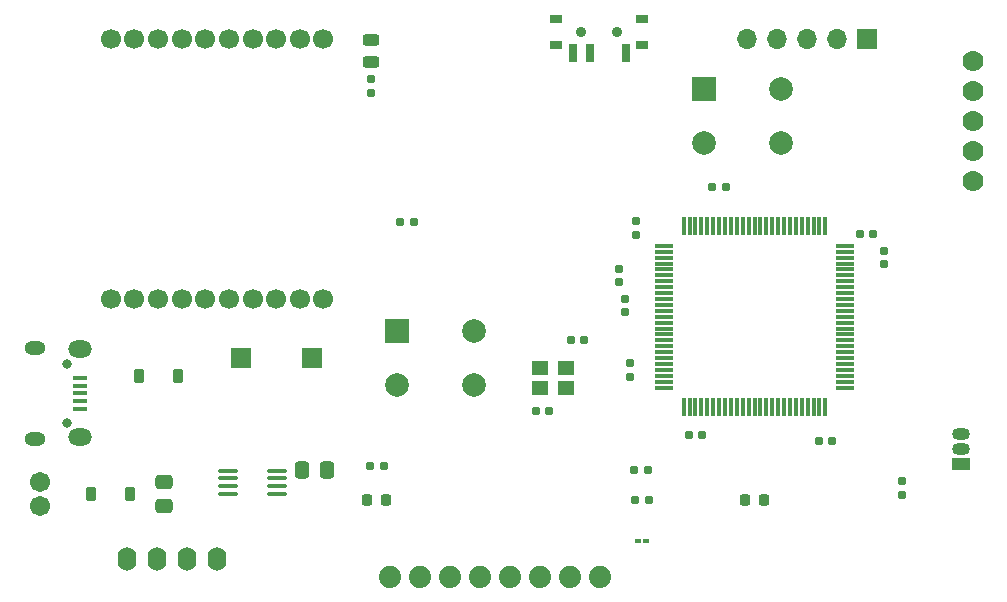
<source format=gbr>
%TF.GenerationSoftware,KiCad,Pcbnew,8.0.5*%
%TF.CreationDate,2024-11-27T11:25:18-05:00*%
%TF.ProjectId,Alfond PCB,416c666f-6e64-4205-9043-422e6b696361,rev?*%
%TF.SameCoordinates,Original*%
%TF.FileFunction,Soldermask,Top*%
%TF.FilePolarity,Negative*%
%FSLAX46Y46*%
G04 Gerber Fmt 4.6, Leading zero omitted, Abs format (unit mm)*
G04 Created by KiCad (PCBNEW 8.0.5) date 2024-11-27 11:25:18*
%MOMM*%
%LPD*%
G01*
G04 APERTURE LIST*
G04 Aperture macros list*
%AMRoundRect*
0 Rectangle with rounded corners*
0 $1 Rounding radius*
0 $2 $3 $4 $5 $6 $7 $8 $9 X,Y pos of 4 corners*
0 Add a 4 corners polygon primitive as box body*
4,1,4,$2,$3,$4,$5,$6,$7,$8,$9,$2,$3,0*
0 Add four circle primitives for the rounded corners*
1,1,$1+$1,$2,$3*
1,1,$1+$1,$4,$5*
1,1,$1+$1,$6,$7*
1,1,$1+$1,$8,$9*
0 Add four rect primitives between the rounded corners*
20,1,$1+$1,$2,$3,$4,$5,0*
20,1,$1+$1,$4,$5,$6,$7,0*
20,1,$1+$1,$6,$7,$8,$9,0*
20,1,$1+$1,$8,$9,$2,$3,0*%
G04 Aperture macros list end*
%ADD10R,1.400000X1.200000*%
%ADD11RoundRect,0.160000X-0.160000X0.197500X-0.160000X-0.197500X0.160000X-0.197500X0.160000X0.197500X0*%
%ADD12RoundRect,0.100000X-0.712500X-0.100000X0.712500X-0.100000X0.712500X0.100000X-0.712500X0.100000X0*%
%ADD13RoundRect,0.075000X-0.725000X-0.075000X0.725000X-0.075000X0.725000X0.075000X-0.725000X0.075000X0*%
%ADD14RoundRect,0.075000X-0.075000X-0.725000X0.075000X-0.725000X0.075000X0.725000X-0.075000X0.725000X0*%
%ADD15RoundRect,0.155000X0.212500X0.155000X-0.212500X0.155000X-0.212500X-0.155000X0.212500X-0.155000X0*%
%ADD16R,1.700000X1.700000*%
%ADD17C,1.879600*%
%ADD18RoundRect,0.155000X0.155000X-0.212500X0.155000X0.212500X-0.155000X0.212500X-0.155000X-0.212500X0*%
%ADD19RoundRect,0.160000X-0.197500X-0.160000X0.197500X-0.160000X0.197500X0.160000X-0.197500X0.160000X0*%
%ADD20RoundRect,0.160000X0.197500X0.160000X-0.197500X0.160000X-0.197500X-0.160000X0.197500X-0.160000X0*%
%ADD21R,1.500000X1.050000*%
%ADD22O,1.500000X1.050000*%
%ADD23RoundRect,0.155000X-0.155000X0.212500X-0.155000X-0.212500X0.155000X-0.212500X0.155000X0.212500X0*%
%ADD24RoundRect,0.225000X0.225000X0.375000X-0.225000X0.375000X-0.225000X-0.375000X0.225000X-0.375000X0*%
%ADD25C,1.778000*%
%ADD26RoundRect,0.155000X-0.212500X-0.155000X0.212500X-0.155000X0.212500X0.155000X-0.212500X0.155000X0*%
%ADD27R,1.000000X0.800000*%
%ADD28C,0.900000*%
%ADD29R,0.700000X1.500000*%
%ADD30C,1.712000*%
%ADD31R,2.000000X2.000000*%
%ADD32C,2.000000*%
%ADD33C,1.700000*%
%ADD34O,0.800000X0.800000*%
%ADD35R,1.300000X0.450000*%
%ADD36O,1.800000X1.150000*%
%ADD37O,2.000000X1.450000*%
%ADD38O,1.700000X1.700000*%
%ADD39RoundRect,0.250000X-0.475000X0.337500X-0.475000X-0.337500X0.475000X-0.337500X0.475000X0.337500X0*%
%ADD40RoundRect,0.225000X0.225000X0.250000X-0.225000X0.250000X-0.225000X-0.250000X0.225000X-0.250000X0*%
%ADD41RoundRect,0.218750X-0.218750X-0.256250X0.218750X-0.256250X0.218750X0.256250X-0.218750X0.256250X0*%
%ADD42O,1.600000X2.000000*%
%ADD43RoundRect,0.250000X-0.337500X-0.475000X0.337500X-0.475000X0.337500X0.475000X-0.337500X0.475000X0*%
%ADD44RoundRect,0.075000X-0.212500X-0.075000X0.212500X-0.075000X0.212500X0.075000X-0.212500X0.075000X0*%
%ADD45RoundRect,0.243750X0.456250X-0.243750X0.456250X0.243750X-0.456250X0.243750X-0.456250X-0.243750X0*%
G04 APERTURE END LIST*
D10*
%TO.C,Y1*%
X205800000Y-80000000D03*
X208000000Y-80000000D03*
X208000000Y-78300000D03*
X205800000Y-78300000D03*
%TD*%
D11*
%TO.C,R7*%
X191500000Y-53902500D03*
X191500000Y-55097500D03*
%TD*%
D12*
%TO.C,U3*%
X179387500Y-87025000D03*
X179387500Y-87675000D03*
X179387500Y-88325000D03*
X179387500Y-88975000D03*
X183612500Y-88975000D03*
X183612500Y-88325000D03*
X183612500Y-87675000D03*
X183612500Y-87025000D03*
%TD*%
D13*
%TO.C,U2*%
X216325000Y-68000000D03*
X216325000Y-68500000D03*
X216325000Y-69000000D03*
X216325000Y-69500000D03*
X216325000Y-70000000D03*
X216325000Y-70500000D03*
X216325000Y-71000000D03*
X216325000Y-71500000D03*
X216325000Y-72000000D03*
X216325000Y-72500000D03*
X216325000Y-73000000D03*
X216325000Y-73500000D03*
X216325000Y-74000000D03*
X216325000Y-74500000D03*
X216325000Y-75000000D03*
X216325000Y-75500000D03*
X216325000Y-76000000D03*
X216325000Y-76500000D03*
X216325000Y-77000000D03*
X216325000Y-77500000D03*
X216325000Y-78000000D03*
X216325000Y-78500000D03*
X216325000Y-79000000D03*
X216325000Y-79500000D03*
X216325000Y-80000000D03*
D14*
X218000000Y-81675000D03*
X218500000Y-81675000D03*
X219000000Y-81675000D03*
X219500000Y-81675000D03*
X220000000Y-81675000D03*
X220500000Y-81675000D03*
X221000000Y-81675000D03*
X221500000Y-81675000D03*
X222000000Y-81675000D03*
X222500000Y-81675000D03*
X223000000Y-81675000D03*
X223500000Y-81675000D03*
X224000000Y-81675000D03*
X224500000Y-81675000D03*
X225000000Y-81675000D03*
X225500000Y-81675000D03*
X226000000Y-81675000D03*
X226500000Y-81675000D03*
X227000000Y-81675000D03*
X227500000Y-81675000D03*
X228000000Y-81675000D03*
X228500000Y-81675000D03*
X229000000Y-81675000D03*
X229500000Y-81675000D03*
X230000000Y-81675000D03*
D13*
X231675000Y-80000000D03*
X231675000Y-79500000D03*
X231675000Y-79000000D03*
X231675000Y-78500000D03*
X231675000Y-78000000D03*
X231675000Y-77500000D03*
X231675000Y-77000000D03*
X231675000Y-76500000D03*
X231675000Y-76000000D03*
X231675000Y-75500000D03*
X231675000Y-75000000D03*
X231675000Y-74500000D03*
X231675000Y-74000000D03*
X231675000Y-73500000D03*
X231675000Y-73000000D03*
X231675000Y-72500000D03*
X231675000Y-72000000D03*
X231675000Y-71500000D03*
X231675000Y-71000000D03*
X231675000Y-70500000D03*
X231675000Y-70000000D03*
X231675000Y-69500000D03*
X231675000Y-69000000D03*
X231675000Y-68500000D03*
X231675000Y-68000000D03*
D14*
X230000000Y-66325000D03*
X229500000Y-66325000D03*
X229000000Y-66325000D03*
X228500000Y-66325000D03*
X228000000Y-66325000D03*
X227500000Y-66325000D03*
X227000000Y-66325000D03*
X226500000Y-66325000D03*
X226000000Y-66325000D03*
X225500000Y-66325000D03*
X225000000Y-66325000D03*
X224500000Y-66325000D03*
X224000000Y-66325000D03*
X223500000Y-66325000D03*
X223000000Y-66325000D03*
X222500000Y-66325000D03*
X222000000Y-66325000D03*
X221500000Y-66325000D03*
X221000000Y-66325000D03*
X220500000Y-66325000D03*
X220000000Y-66325000D03*
X219500000Y-66325000D03*
X219000000Y-66325000D03*
X218500000Y-66325000D03*
X218000000Y-66325000D03*
%TD*%
D15*
%TO.C,C10*%
X195135000Y-66000000D03*
X194000000Y-66000000D03*
%TD*%
D16*
%TO.C,INA+*%
X180500000Y-77500000D03*
%TD*%
D17*
%TO.C,INA260*%
X198190000Y-96000000D03*
X200730000Y-96000000D03*
X203270000Y-96000000D03*
X205810000Y-96000000D03*
X208350000Y-96000000D03*
X210890000Y-96000000D03*
X193110000Y-96000000D03*
X195650000Y-96000000D03*
%TD*%
D16*
%TO.C,INA-*%
X186500000Y-77500000D03*
%TD*%
D18*
%TO.C,C9*%
X235000000Y-69567500D03*
X235000000Y-68432500D03*
%TD*%
D19*
%TO.C,R5*%
X220402500Y-63000000D03*
X221597500Y-63000000D03*
%TD*%
D20*
%TO.C,R4*%
X215097500Y-89500000D03*
X213902500Y-89500000D03*
%TD*%
D21*
%TO.C,U1*%
X241500000Y-86500000D03*
D22*
X241500000Y-85230000D03*
X241500000Y-83960000D03*
%TD*%
D23*
%TO.C,C6*%
X212500000Y-69932500D03*
X212500000Y-71067500D03*
%TD*%
D24*
%TO.C,D2*%
X171150000Y-89000000D03*
X167850000Y-89000000D03*
%TD*%
D25*
%TO.C,MS8607*%
X242500000Y-62540000D03*
X242500000Y-60000000D03*
X242500000Y-57460000D03*
X242500000Y-54920000D03*
X242500000Y-52380000D03*
%TD*%
D26*
%TO.C,C11*%
X205500000Y-82000000D03*
X206635000Y-82000000D03*
%TD*%
D27*
%TO.C,SW1*%
X214500000Y-51000000D03*
X214500000Y-48790000D03*
D28*
X212350000Y-49890000D03*
X209350000Y-49890000D03*
D27*
X207200000Y-51000000D03*
X207200000Y-48790000D03*
D29*
X213100000Y-51650000D03*
X210100000Y-51650000D03*
X208600000Y-51650000D03*
%TD*%
D24*
%TO.C,D1*%
X175150000Y-79000000D03*
X171850000Y-79000000D03*
%TD*%
D15*
%TO.C,C3*%
X219567500Y-84000000D03*
X218432500Y-84000000D03*
%TD*%
D23*
%TO.C,C7*%
X214000000Y-65932500D03*
X214000000Y-67067500D03*
%TD*%
D26*
%TO.C,C8*%
X232932500Y-67000000D03*
X234067500Y-67000000D03*
%TD*%
%TO.C,C12*%
X208432500Y-76000000D03*
X209567500Y-76000000D03*
%TD*%
D30*
%TO.C,P1*%
X163500000Y-88000000D03*
X163500000Y-90000000D03*
%TD*%
D31*
%TO.C,S1*%
X219750000Y-54750000D03*
D32*
X226250000Y-54750000D03*
X219750000Y-59250000D03*
X226250000Y-59250000D03*
%TD*%
D33*
%TO.C,MOD1*%
X169500000Y-72500000D03*
X171500000Y-72500000D03*
X173500000Y-72500000D03*
X175500000Y-72500000D03*
X177500000Y-72500000D03*
X179500000Y-72500000D03*
X181500000Y-72500000D03*
X183500000Y-72500000D03*
X185500000Y-72500000D03*
X187500000Y-72500000D03*
X187500000Y-50500000D03*
X185500000Y-50500000D03*
X183500000Y-50500000D03*
X181500000Y-50500000D03*
X179500000Y-50500000D03*
X177500000Y-50500000D03*
X175500000Y-50500000D03*
X173500000Y-50500000D03*
X171500000Y-50500000D03*
X169500000Y-50500000D03*
%TD*%
D34*
%TO.C,J5*%
X165800000Y-78000000D03*
X165800000Y-83000000D03*
D35*
X166900000Y-79200000D03*
X166900000Y-79850000D03*
X166900000Y-80500000D03*
X166900000Y-81150000D03*
X166900000Y-81800000D03*
D36*
X163050000Y-76625000D03*
D37*
X166850000Y-76775000D03*
X166850000Y-84225000D03*
D36*
X163050000Y-84375000D03*
%TD*%
D16*
%TO.C,J3*%
X233540000Y-50500000D03*
D38*
X231000000Y-50500000D03*
X228460000Y-50500000D03*
X225920000Y-50500000D03*
X223380000Y-50500000D03*
%TD*%
D18*
%TO.C,C4*%
X213500000Y-79067500D03*
X213500000Y-77932500D03*
%TD*%
D39*
%TO.C,C13*%
X174000000Y-87962500D03*
X174000000Y-90037500D03*
%TD*%
D40*
%TO.C,C1*%
X224775000Y-89500000D03*
X223225000Y-89500000D03*
%TD*%
D19*
%TO.C,R6*%
X191415000Y-86630000D03*
X192610000Y-86630000D03*
%TD*%
%TO.C,R3*%
X213805000Y-87000000D03*
X215000000Y-87000000D03*
%TD*%
D11*
%TO.C,R1*%
X236500000Y-87902500D03*
X236500000Y-89097500D03*
%TD*%
D41*
%TO.C,D3*%
X191212500Y-89500000D03*
X192787500Y-89500000D03*
%TD*%
D42*
%TO.C,Brd1*%
X170880000Y-94500000D03*
X173420000Y-94500000D03*
X175960000Y-94500000D03*
X178500000Y-94500000D03*
%TD*%
D31*
%TO.C,S2*%
X193750000Y-75250000D03*
D32*
X200250000Y-75250000D03*
X193750000Y-79750000D03*
X200250000Y-79750000D03*
%TD*%
D43*
%TO.C,C15*%
X185712500Y-87000000D03*
X187787500Y-87000000D03*
%TD*%
D44*
%TO.C,C14*%
X214162500Y-93000000D03*
X214837500Y-93000000D03*
%TD*%
D15*
%TO.C,C2*%
X230567500Y-84500000D03*
X229432500Y-84500000D03*
%TD*%
D45*
%TO.C,D4*%
X191500000Y-52437500D03*
X191500000Y-50562500D03*
%TD*%
D18*
%TO.C,C5*%
X213000000Y-73635000D03*
X213000000Y-72500000D03*
%TD*%
M02*

</source>
